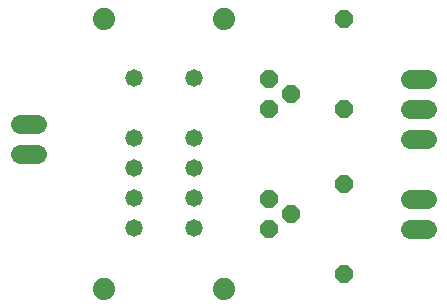
<source format=gbr>
G04 EAGLE Gerber X2 export*
%TF.Part,Single*%
%TF.FileFunction,Soldermask,Top,1*%
%TF.FilePolarity,Negative*%
%TF.GenerationSoftware,Autodesk,EAGLE,9.0.1*%
%TF.CreationDate,2018-06-12T17:55:40Z*%
G75*
%MOMM*%
%FSLAX34Y34*%
%LPD*%
%AMOC8*
5,1,8,0,0,1.08239X$1,22.5*%
G01*
%ADD10C,1.879600*%
%ADD11C,1.473200*%
%ADD12P,1.649562X8X292.500000*%
%ADD13P,1.649562X8X112.500000*%
%ADD14C,1.625600*%


D10*
X215900Y355600D03*
X114300Y355600D03*
X215900Y127000D03*
X114300Y127000D03*
D11*
X139700Y305054D03*
X139700Y254254D03*
X139700Y228854D03*
X139700Y203454D03*
X139700Y178054D03*
X190500Y178054D03*
X190500Y203454D03*
X190500Y228854D03*
X190500Y254254D03*
X190500Y305054D03*
D12*
X254000Y279400D03*
X273050Y292100D03*
X254000Y304800D03*
X254000Y177800D03*
X273050Y190500D03*
X254000Y203200D03*
D13*
X317500Y139700D03*
X317500Y215900D03*
D12*
X317500Y355600D03*
X317500Y279400D03*
D14*
X57912Y266700D02*
X43688Y266700D01*
X43688Y241300D02*
X57912Y241300D01*
X373888Y177800D02*
X388112Y177800D01*
X388112Y203200D02*
X373888Y203200D01*
X373888Y254000D02*
X388112Y254000D01*
X388112Y279400D02*
X373888Y279400D01*
X373888Y304800D02*
X388112Y304800D01*
M02*

</source>
